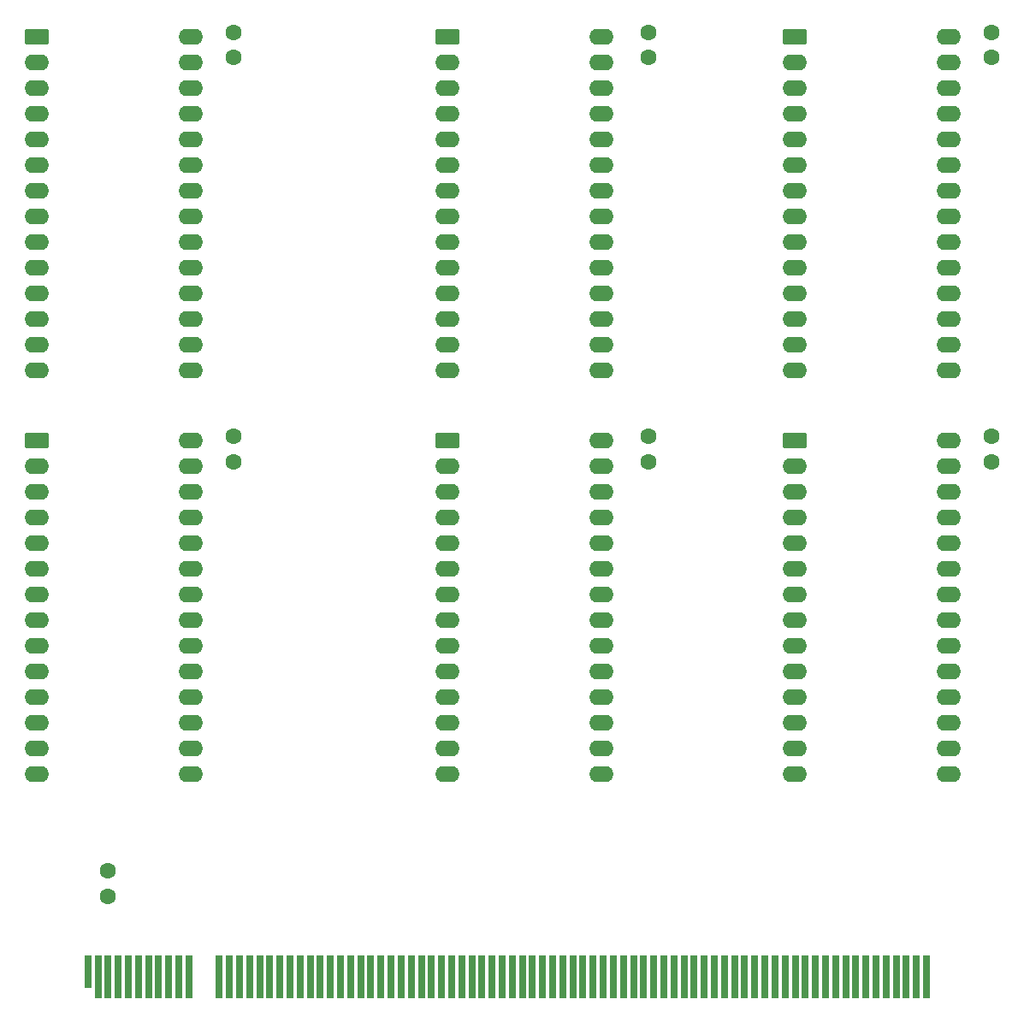
<source format=gbr>
%TF.GenerationSoftware,KiCad,Pcbnew,9.0.5*%
%TF.CreationDate,2025-11-19T18:14:37+02:00*%
%TF.ProjectId,core_3,636f7265-5f33-42e6-9b69-6361645f7063,rev?*%
%TF.SameCoordinates,Original*%
%TF.FileFunction,Soldermask,Bot*%
%TF.FilePolarity,Negative*%
%FSLAX46Y46*%
G04 Gerber Fmt 4.6, Leading zero omitted, Abs format (unit mm)*
G04 Created by KiCad (PCBNEW 9.0.5) date 2025-11-19 18:14:37*
%MOMM*%
%LPD*%
G01*
G04 APERTURE LIST*
G04 Aperture macros list*
%AMRoundRect*
0 Rectangle with rounded corners*
0 $1 Rounding radius*
0 $2 $3 $4 $5 $6 $7 $8 $9 X,Y pos of 4 corners*
0 Add a 4 corners polygon primitive as box body*
4,1,4,$2,$3,$4,$5,$6,$7,$8,$9,$2,$3,0*
0 Add four circle primitives for the rounded corners*
1,1,$1+$1,$2,$3*
1,1,$1+$1,$4,$5*
1,1,$1+$1,$6,$7*
1,1,$1+$1,$8,$9*
0 Add four rect primitives between the rounded corners*
20,1,$1+$1,$2,$3,$4,$5,0*
20,1,$1+$1,$4,$5,$6,$7,0*
20,1,$1+$1,$6,$7,$8,$9,0*
20,1,$1+$1,$8,$9,$2,$3,0*%
G04 Aperture macros list end*
%ADD10RoundRect,0.250000X-0.950000X-0.550000X0.950000X-0.550000X0.950000X0.550000X-0.950000X0.550000X0*%
%ADD11O,2.400000X1.600000*%
%ADD12C,1.600000*%
%ADD13R,0.700000X3.200000*%
%ADD14R,0.700000X4.300000*%
G04 APERTURE END LIST*
D10*
%TO.C,TABLE4*%
X96620000Y-95920000D03*
D11*
X96620000Y-98460000D03*
X96620000Y-101000000D03*
X96620000Y-103540000D03*
X96620000Y-106080000D03*
X96620000Y-108620000D03*
X96620000Y-111160000D03*
X96620000Y-113700000D03*
X96620000Y-116240000D03*
X96620000Y-118780000D03*
X96620000Y-121320000D03*
X96620000Y-123860000D03*
X96620000Y-126400000D03*
X96620000Y-128940000D03*
X111860000Y-128940000D03*
X111860000Y-126400000D03*
X111860000Y-123860000D03*
X111860000Y-121320000D03*
X111860000Y-118780000D03*
X111860000Y-116240000D03*
X111860000Y-113700000D03*
X111860000Y-111160000D03*
X111860000Y-108620000D03*
X111860000Y-106080000D03*
X111860000Y-103540000D03*
X111860000Y-101000000D03*
X111860000Y-98460000D03*
X111860000Y-95920000D03*
%TD*%
D10*
%TO.C,TABLE5*%
X130932207Y-55920000D03*
D11*
X130932207Y-58460000D03*
X130932207Y-61000000D03*
X130932207Y-63540000D03*
X130932207Y-66080000D03*
X130932207Y-68620000D03*
X130932207Y-71160000D03*
X130932207Y-73700000D03*
X130932207Y-76240000D03*
X130932207Y-78780000D03*
X130932207Y-81320000D03*
X130932207Y-83860000D03*
X130932207Y-86400000D03*
X130932207Y-88940000D03*
X146172207Y-88940000D03*
X146172207Y-86400000D03*
X146172207Y-83860000D03*
X146172207Y-81320000D03*
X146172207Y-78780000D03*
X146172207Y-76240000D03*
X146172207Y-73700000D03*
X146172207Y-71160000D03*
X146172207Y-68620000D03*
X146172207Y-66080000D03*
X146172207Y-63540000D03*
X146172207Y-61000000D03*
X146172207Y-58460000D03*
X146172207Y-55920000D03*
%TD*%
D12*
%TO.C,C4*%
X116480000Y-95500000D03*
X116480000Y-98000000D03*
%TD*%
D10*
%TO.C,TABLE6*%
X130932207Y-95920000D03*
D11*
X130932207Y-98460000D03*
X130932207Y-101000000D03*
X130932207Y-103540000D03*
X130932207Y-106080000D03*
X130932207Y-108620000D03*
X130932207Y-111160000D03*
X130932207Y-113700000D03*
X130932207Y-116240000D03*
X130932207Y-118780000D03*
X130932207Y-121320000D03*
X130932207Y-123860000D03*
X130932207Y-126400000D03*
X130932207Y-128940000D03*
X146172207Y-128940000D03*
X146172207Y-126400000D03*
X146172207Y-123860000D03*
X146172207Y-121320000D03*
X146172207Y-118780000D03*
X146172207Y-116240000D03*
X146172207Y-113700000D03*
X146172207Y-111160000D03*
X146172207Y-108620000D03*
X146172207Y-106080000D03*
X146172207Y-103540000D03*
X146172207Y-101000000D03*
X146172207Y-98460000D03*
X146172207Y-95920000D03*
%TD*%
D12*
%TO.C,C5*%
X150412207Y-55500000D03*
X150412207Y-58000000D03*
%TD*%
D10*
%TO.C,TABLE1*%
X55913487Y-55920000D03*
D11*
X55913487Y-58460000D03*
X55913487Y-61000000D03*
X55913487Y-63540000D03*
X55913487Y-66080000D03*
X55913487Y-68620000D03*
X55913487Y-71160000D03*
X55913487Y-73700000D03*
X55913487Y-76240000D03*
X55913487Y-78780000D03*
X55913487Y-81320000D03*
X55913487Y-83860000D03*
X55913487Y-86400000D03*
X55913487Y-88940000D03*
X71153487Y-88940000D03*
X71153487Y-86400000D03*
X71153487Y-83860000D03*
X71153487Y-81320000D03*
X71153487Y-78780000D03*
X71153487Y-76240000D03*
X71153487Y-73700000D03*
X71153487Y-71160000D03*
X71153487Y-68620000D03*
X71153487Y-66080000D03*
X71153487Y-63540000D03*
X71153487Y-61000000D03*
X71153487Y-58460000D03*
X71153487Y-55920000D03*
%TD*%
D10*
%TO.C,TABLE3*%
X96620000Y-55920000D03*
D11*
X96620000Y-58460000D03*
X96620000Y-61000000D03*
X96620000Y-63540000D03*
X96620000Y-66080000D03*
X96620000Y-68620000D03*
X96620000Y-71160000D03*
X96620000Y-73700000D03*
X96620000Y-76240000D03*
X96620000Y-78780000D03*
X96620000Y-81320000D03*
X96620000Y-83860000D03*
X96620000Y-86400000D03*
X96620000Y-88940000D03*
X111860000Y-88940000D03*
X111860000Y-86400000D03*
X111860000Y-83860000D03*
X111860000Y-81320000D03*
X111860000Y-78780000D03*
X111860000Y-76240000D03*
X111860000Y-73700000D03*
X111860000Y-71160000D03*
X111860000Y-68620000D03*
X111860000Y-66080000D03*
X111860000Y-63540000D03*
X111860000Y-61000000D03*
X111860000Y-58460000D03*
X111860000Y-55920000D03*
%TD*%
D12*
%TO.C,C6*%
X150412207Y-95500000D03*
X150412207Y-98000000D03*
%TD*%
%TO.C,C7*%
X63000000Y-141000000D03*
X63000000Y-138500000D03*
%TD*%
D10*
%TO.C,TABLE2*%
X55913487Y-95920000D03*
D11*
X55913487Y-98460000D03*
X55913487Y-101000000D03*
X55913487Y-103540000D03*
X55913487Y-106080000D03*
X55913487Y-108620000D03*
X55913487Y-111160000D03*
X55913487Y-113700000D03*
X55913487Y-116240000D03*
X55913487Y-118780000D03*
X55913487Y-121320000D03*
X55913487Y-123860000D03*
X55913487Y-126400000D03*
X55913487Y-128940000D03*
X71153487Y-128940000D03*
X71153487Y-126400000D03*
X71153487Y-123860000D03*
X71153487Y-121320000D03*
X71153487Y-118780000D03*
X71153487Y-116240000D03*
X71153487Y-113700000D03*
X71153487Y-111160000D03*
X71153487Y-108620000D03*
X71153487Y-106080000D03*
X71153487Y-103540000D03*
X71153487Y-101000000D03*
X71153487Y-98460000D03*
X71153487Y-95920000D03*
%TD*%
D12*
%TO.C,C1*%
X75393487Y-55500000D03*
X75393487Y-58000000D03*
%TD*%
D13*
%TO.C,BC2*%
X61000000Y-148450000D03*
D14*
X62000000Y-149000000D03*
X63000000Y-149000000D03*
X64000000Y-149000000D03*
X65000000Y-149000000D03*
X66000000Y-149000000D03*
X67000000Y-149000000D03*
X68000000Y-149000000D03*
X69000000Y-149000000D03*
X70000000Y-149000000D03*
X71000000Y-149000000D03*
X74000000Y-149000000D03*
X75000000Y-149000000D03*
X76000000Y-149000000D03*
X77000000Y-149000000D03*
X78000000Y-149000000D03*
X79000000Y-149000000D03*
X80000000Y-149000000D03*
X81000000Y-149000000D03*
X82000000Y-149000000D03*
X83000000Y-149000000D03*
X84000000Y-149000000D03*
X85000000Y-149000000D03*
X86000000Y-149000000D03*
X87000000Y-149000000D03*
X88000000Y-149000000D03*
X89000000Y-149000000D03*
X90000000Y-149000000D03*
X91000000Y-149000000D03*
X92000000Y-149000000D03*
X93000000Y-149000000D03*
X94000000Y-149000000D03*
X95000000Y-149000000D03*
X96000000Y-149000000D03*
X97000000Y-149000000D03*
X98000000Y-149000000D03*
X99000000Y-149000000D03*
X100000000Y-149000000D03*
X101000000Y-149000000D03*
X102000000Y-149000000D03*
X103000000Y-149000000D03*
X104000000Y-149000000D03*
X105000000Y-149000000D03*
X106000000Y-149000000D03*
X107000000Y-149000000D03*
X108000000Y-149000000D03*
X109000000Y-149000000D03*
X110000000Y-149000000D03*
X111000000Y-149000000D03*
X112000000Y-149000000D03*
X113000000Y-149000000D03*
X114000000Y-149000000D03*
X115000000Y-149000000D03*
X116000000Y-149000000D03*
X117000000Y-149000000D03*
X118000000Y-149000000D03*
X119000000Y-149000000D03*
X120000000Y-149000000D03*
X121000000Y-149000000D03*
X122000000Y-149000000D03*
X123000000Y-149000000D03*
X124000000Y-149000000D03*
X125000000Y-149000000D03*
X126000000Y-149000000D03*
X127000000Y-149000000D03*
X128000000Y-149000000D03*
X129000000Y-149000000D03*
X130000000Y-149000000D03*
X131000000Y-149000000D03*
X132000000Y-149000000D03*
X133000000Y-149000000D03*
X134000000Y-149000000D03*
X135000000Y-149000000D03*
X136000000Y-149000000D03*
X137000000Y-149000000D03*
X138000000Y-149000000D03*
X139000000Y-149000000D03*
X140000000Y-149000000D03*
X141000000Y-149000000D03*
X142000000Y-149000000D03*
X143000000Y-149000000D03*
X144000000Y-149000000D03*
%TD*%
D12*
%TO.C,C2*%
X75393487Y-95500000D03*
X75393487Y-98000000D03*
%TD*%
%TO.C,C3*%
X116480000Y-55500000D03*
X116480000Y-58000000D03*
%TD*%
M02*

</source>
